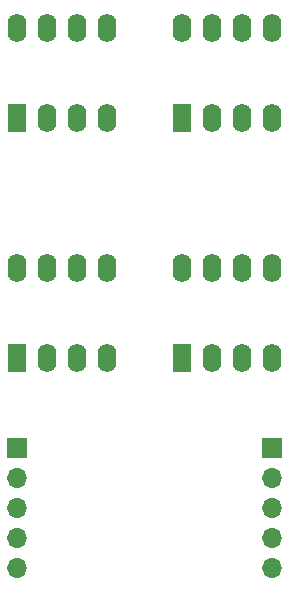
<source format=gbr>
%TF.GenerationSoftware,KiCad,Pcbnew,8.0.3*%
%TF.CreationDate,2025-09-07T10:27:12+08:00*%
%TF.ProjectId,balancing-car,62616c61-6e63-4696-9e67-2d6361722e6b,rev?*%
%TF.SameCoordinates,Original*%
%TF.FileFunction,Soldermask,Bot*%
%TF.FilePolarity,Negative*%
%FSLAX46Y46*%
G04 Gerber Fmt 4.6, Leading zero omitted, Abs format (unit mm)*
G04 Created by KiCad (PCBNEW 8.0.3) date 2025-09-07 10:27:12*
%MOMM*%
%LPD*%
G01*
G04 APERTURE LIST*
%ADD10O,1.700000X1.700000*%
%ADD11R,1.700000X1.700000*%
%ADD12O,1.600000X2.400000*%
%ADD13R,1.600000X2.400000*%
G04 APERTURE END LIST*
D10*
%TO.C,J1*%
X184150000Y-143510000D03*
X184150000Y-140970000D03*
X184150000Y-138430000D03*
X184150000Y-135890000D03*
D11*
X184150000Y-133350000D03*
%TD*%
D12*
%TO.C,U1*%
X184160000Y-97805000D03*
X186700000Y-97805000D03*
X189240000Y-97805000D03*
X191780000Y-97805000D03*
X191780000Y-105425000D03*
X189240000Y-105425000D03*
X186700000Y-105425000D03*
D13*
X184160000Y-105425000D03*
%TD*%
D11*
%TO.C,J2*%
X205740000Y-133350000D03*
D10*
X205740000Y-135890000D03*
X205740000Y-138430000D03*
X205740000Y-140970000D03*
X205740000Y-143510000D03*
%TD*%
D12*
%TO.C,U4*%
X198105000Y-118125000D03*
X200645000Y-118125000D03*
X203185000Y-118125000D03*
X205725000Y-118125000D03*
X205725000Y-125745000D03*
X203185000Y-125745000D03*
X200645000Y-125745000D03*
D13*
X198105000Y-125745000D03*
%TD*%
%TO.C,U2*%
X198130000Y-105425000D03*
D12*
X200670000Y-105425000D03*
X203210000Y-105425000D03*
X205750000Y-105425000D03*
X205750000Y-97805000D03*
X203210000Y-97805000D03*
X200670000Y-97805000D03*
X198130000Y-97805000D03*
%TD*%
%TO.C,U3*%
X184160000Y-118125000D03*
X186700000Y-118125000D03*
X189240000Y-118125000D03*
X191780000Y-118125000D03*
X191780000Y-125745000D03*
X189240000Y-125745000D03*
X186700000Y-125745000D03*
D13*
X184160000Y-125745000D03*
%TD*%
M02*

</source>
